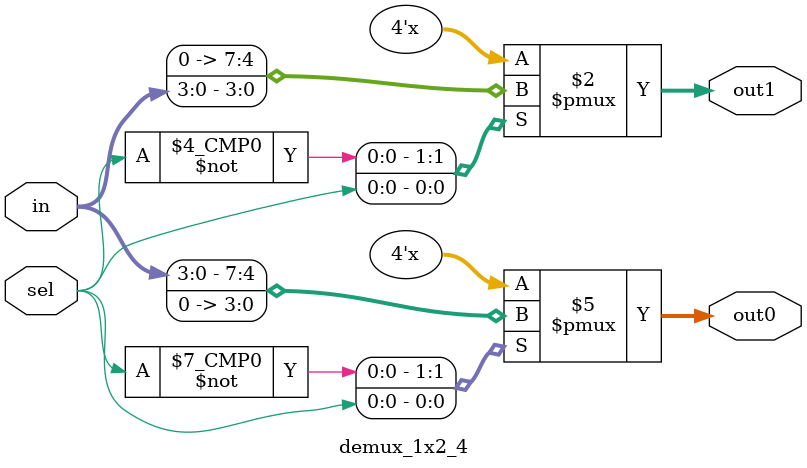
<source format=v>
module demux_1x2_4 (
    input  wire sel,
    input  wire [3:0] in,
    output reg  [3:0] out0,
    output reg  [3:0] out1
);

    always @(*) begin
        case (sel)
            1'b0: begin
                out0 = in;
                out1 = 4'b0000;
            end
            1'b1: begin
                out0 = 4'b0000;
                out1 = in;
            end
        endcase
    end

endmodule

</source>
